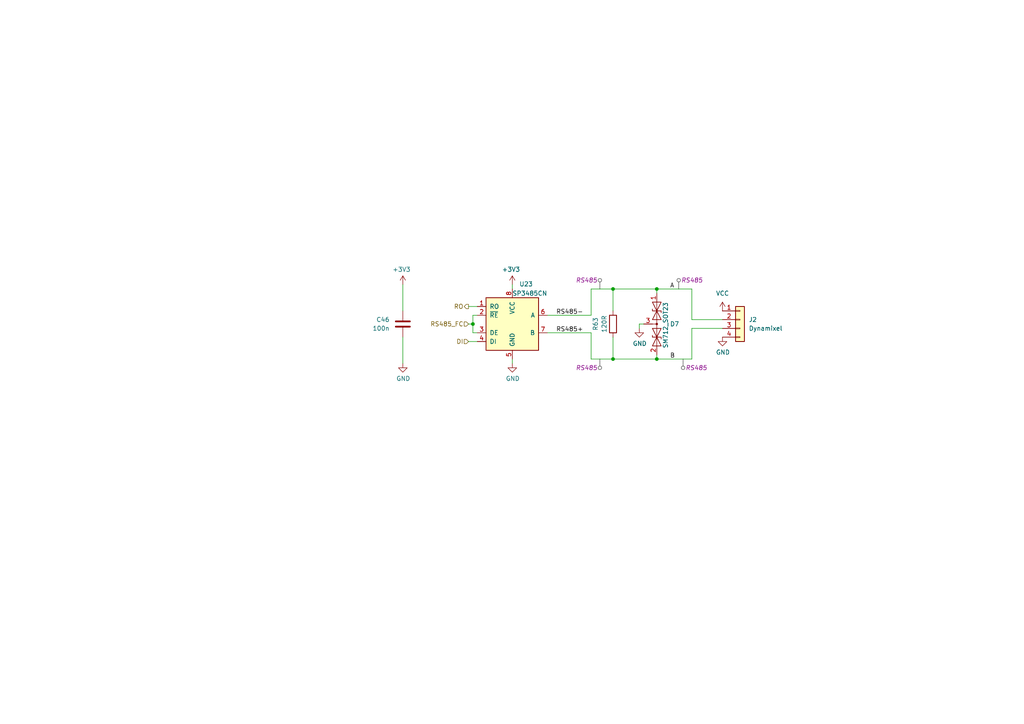
<source format=kicad_sch>
(kicad_sch (version 20250114) (generator "eeschema") (generator_version "9.0")
  (paper "A4")
  (lib_symbols
    (symbol "Connector_Generic:Conn_01x04" (pin_names (offset 1.016) (hide yes))
      (property "Reference" "J" (at 0 5.08 0))
      (property "Value" "Conn_01x04" (at 0 -7.62 0))
      (symbol "Conn_01x04_1_1"
        (rectangle (start -1.27 3.81) (end 1.27 -6.35) (stroke (width 0.254)) (fill (type background)))
        (rectangle (start -1.27 2.667) (end 0 2.413) (stroke (width 0.1524)))
        (rectangle (start -1.27 0.127) (end 0 -0.127) (stroke (width 0.1524)))
        (rectangle (start -1.27 -2.413) (end 0 -2.667) (stroke (width 0.1524)))
        (rectangle (start -1.27 -4.953) (end 0 -5.207) (stroke (width 0.1524)))
        (pin passive line (at -5.08 2.54 0) (length 3.81) (name "Pin_1") (number "1"))
        (pin passive line (at -5.08 0 0) (length 3.81) (name "Pin_2") (number "2"))
        (pin passive line (at -5.08 -2.54 0) (length 3.81) (name "Pin_3") (number "3"))
        (pin passive line (at -5.08 -5.08 0) (length 3.81) (name "Pin_4") (number "4"))
      )
    )
    (symbol "Device:C" (pin_numbers (hide yes)) (pin_names (offset 0.254))
      (property "Reference" "C" (at 0.635 2.54 0))
      (property "Value" "C" (at 0.635 -2.54 0))
      (symbol "C_0_1"
        (polyline (pts (xy -2.032 0.762) (xy 2.032 0.762)) (stroke (width 0.508)))
        (polyline (pts (xy -2.032 -0.762) (xy 2.032 -0.762)) (stroke (width 0.508)))
      )
      (symbol "C_1_1"
        (pin passive line (at 0 3.81 270) (length 2.794) (name "~") (number "1"))
        (pin passive line (at 0 -3.81 90) (length 2.794) (name "~") (number "2"))
      )
    )
    (symbol "Device:R" (pin_numbers (hide yes)) (pin_names (offset 0))
      (property "Reference" "R" (at 2.032 0 90))
      (property "Value" "R" (at 0 0 90))
      (symbol "R_0_1"
        (rectangle (start -1.016 -2.54) (end 1.016 2.54) (stroke (width 0.254)))
      )
      (symbol "R_1_1"
        (pin passive line (at 0 3.81 270) (length 1.27) (name "~") (number "1"))
        (pin passive line (at 0 -3.81 90) (length 1.27) (name "~") (number "2"))
      )
    )
    (symbol "Diode:SM712_SOT23" (pin_names (offset 1.016) (hide yes))
      (property "Reference" "D" (at 0 4.445 0))
      (property "Value" "SM712_SOT23" (at 0 2.54 0))
      (symbol "SM712_SOT23_0_0"
        (polyline (pts (xy 0 -1.27) (xy 0 0)))
      )
      (symbol "SM712_SOT23_0_1"
        (polyline (pts (xy -6.35 0) (xy 6.35 0)))
        (polyline (pts (xy -6.35 -1.27) (xy -1.27 1.27) (xy -1.27 -1.27) (xy -6.35 1.27) (xy -6.35 -1.27)) (stroke (width 0.2032)))
        (polyline (pts (xy -3.302 1.27) (xy -3.81 1.27) (xy -3.81 -1.27) (xy -4.318 -1.27)) (stroke (width 0.2032)))
        (circle (center 0 0) (radius 0.254) (fill (type outline)))
        (polyline (pts (xy 1.27 -1.27) (xy 1.27 1.27) (xy 6.35 -1.27) (xy 6.35 1.27) (xy 1.27 -1.27)) (stroke (width 0.2032)))
        (polyline (pts (xy 4.318 1.27) (xy 3.81 1.27) (xy 3.81 -1.27) (xy 3.302 -1.27)) (stroke (width 0.2032)))
      )
      (symbol "SM712_SOT23_1_1"
        (pin passive line (at -8.89 0 0) (length 2.54) (name "A1") (number "1"))
        (pin input line (at 0 -3.81 90) (length 2.54) (name "common") (number "3"))
        (pin passive line (at 8.89 0 180) (length 2.54) (name "A2") (number "2"))
      )
    )
    (symbol "Interface_UART:SP3485CN" (pin_names (offset 1.016))
      (property "Reference" "U" (at -7.62 8.89 0))
      (property "Value" "SP3485CN" (at 2.54 8.89 0))
      (symbol "SP3485CN_0_1"
        (rectangle (start -7.62 7.62) (end 7.62 -7.62) (stroke (width 0.254)) (fill (type background)))
      )
      (symbol "SP3485CN_1_1"
        (pin output line (at -10.16 5.08 0) (length 2.54) (name "RO") (number "1"))
        (pin input line (at -10.16 2.54 0) (length 2.54) (name "~{RE}") (number "2"))
        (pin input line (at -10.16 -2.54 0) (length 2.54) (name "DE") (number "3"))
        (pin input line (at -10.16 -5.08 0) (length 2.54) (name "DI") (number "4"))
        (pin power_in line (at 0 10.16 270) (length 2.54) (name "VCC") (number "8"))
        (pin power_in line (at 0 -10.16 90) (length 2.54) (name "GND") (number "5"))
        (pin bidirectional line (at 10.16 2.54 180) (length 2.54) (name "A") (number "6"))
        (pin bidirectional line (at 10.16 -2.54 180) (length 2.54) (name "B") (number "7"))
      )
    )
    (symbol "power:+3.3V" (power) (pin_names (offset 0))
      (property "Value" "+3.3V" (at 0 3.556 0))
      (symbol "+3.3V_0_1"
        (polyline (pts (xy -0.762 1.27) (xy 0 2.54)))
        (polyline (pts (xy 0 2.54) (xy 0.762 1.27)))
        (polyline (pts (xy 0 0) (xy 0 2.54)))
      )
      (symbol "+3.3V_1_1"
        (pin power_in line (at 0 0 90) (length 0) (hide yes) (name "+3V3") (number "1"))
      )
    )
    (symbol "power:GND" (power) (pin_names (offset 0))
      (property "Value" "GND" (at 0 -3.81 0))
      (symbol "GND_0_1"
        (polyline (pts (xy 0 0) (xy 0 -1.27) (xy 1.27 -1.27) (xy 0 -2.54) (xy -1.27 -1.27) (xy 0 -1.27)))
      )
      (symbol "GND_1_1"
        (pin power_in line (at 0 0 270) (length 0) (hide yes) (name "GND") (number "1"))
      )
    )
    (symbol "power:VCC" (power) (pin_numbers (hide yes)) (pin_names (offset 0) (hide yes))
      (property "Value" "VCC" (at 0 3.556 0))
      (symbol "VCC_0_1"
        (polyline (pts (xy -0.762 1.27) (xy 0 2.54)))
        (polyline (pts (xy 0 2.54) (xy 0.762 1.27)))
        (polyline (pts (xy 0 0) (xy 0 2.54)))
      )
      (symbol "VCC_1_1"
        (pin power_in line (at 0 0 90) (length 0) (name "~") (number "1"))
      )
    )
  )
  (junction (at 190.5 83.82))
  (junction (at 177.8 104.14))
  (junction (at 190.5 104.14))
  (junction (at 177.8 83.82))
  (junction (at 137.16 93.98))
  (wire (pts (xy 200.66 92.71) (xy 209.55 92.71)))
  (wire (pts (xy 116.84 82.55) (xy 116.84 90.17)))
  (wire (pts (xy 190.5 83.82) (xy 190.5 85.09)))
  (wire (pts (xy 171.45 104.14) (xy 177.8 104.14)))
  (wire (pts (xy 177.8 97.79) (xy 177.8 104.14)))
  (wire (pts (xy 137.16 91.44) (xy 137.16 93.98)))
  (wire (pts (xy 158.75 91.44) (xy 171.45 91.44)))
  (wire (pts (xy 171.45 83.82) (xy 177.8 83.82)))
  (wire (pts (xy 190.5 104.14) (xy 200.66 104.14)))
  (wire (pts (xy 148.59 104.14) (xy 148.59 105.41)))
  (wire (pts (xy 171.45 91.44) (xy 171.45 83.82)))
  (wire (pts (xy 158.75 96.52) (xy 171.45 96.52)))
  (wire (pts (xy 185.42 95.25) (xy 185.42 93.98)))
  (wire (pts (xy 138.43 91.44) (xy 137.16 91.44)))
  (wire (pts (xy 200.66 95.25) (xy 209.55 95.25)))
  (wire (pts (xy 137.16 93.98) (xy 137.16 96.52)))
  (wire (pts (xy 116.84 97.79) (xy 116.84 105.41)))
  (wire (pts (xy 137.16 96.52) (xy 138.43 96.52)))
  (wire (pts (xy 190.5 83.82) (xy 200.66 83.82)))
  (wire (pts (xy 177.8 104.14) (xy 190.5 104.14)))
  (wire (pts (xy 177.8 83.82) (xy 190.5 83.82)))
  (wire (pts (xy 200.66 104.14) (xy 200.66 95.25)))
  (wire (pts (xy 185.42 93.98) (xy 186.69 93.98)))
  (wire (pts (xy 190.5 102.87) (xy 190.5 104.14)))
  (wire (pts (xy 148.59 82.55) (xy 148.59 83.82)))
  (wire (pts (xy 135.89 93.98) (xy 137.16 93.98)))
  (wire (pts (xy 135.89 99.06) (xy 138.43 99.06)))
  (wire (pts (xy 177.8 83.82) (xy 177.8 90.17)))
  (wire (pts (xy 171.45 96.52) (xy 171.45 104.14)))
  (wire (pts (xy 200.66 83.82) (xy 200.66 92.71)))
  (wire (pts (xy 135.89 88.9) (xy 138.43 88.9)))
  (label "B" (at 194.31 104.14 0))
  (label "RS485-" (at 161.29 91.44 0))
  (label "A" (at 194.31 83.82 0))
  (label "RS485+" (at 161.29 96.52 0))
  (hierarchical_label "RS485_FC" (shape input) (at 135.89 93.98 180))
  (hierarchical_label "RO" (shape output) (at 135.89 88.9 180))
  (hierarchical_label "DI" (shape input) (at 135.89 99.06 180))
  (netclass_flag "" (length 2.54) (shape round) (at 173.99 83.82 0) (property "Netclass" "RS485" (at 173.2915 81.28 0) (effects (font (italic yes)) (justify right))))
  (netclass_flag "" (length 2.54) (shape round) (at 196.85 83.82 0) (property "Netclass" "RS485" (at 197.5485 81.28 0) (effects (font (italic yes)) (justify left))))
  (netclass_flag "" (length 2.54) (shape round) (at 173.99 104.14 180) (property "Netclass" "RS485" (at 173.2915 106.68 0) (effects (font (italic yes)) (justify right))))
  (netclass_flag "" (length 2.54) (shape round) (at 198.12 104.14 180) (property "Netclass" "RS485" (at 198.8185 106.68 0) (effects (font (italic yes)) (justify left))))
  (symbol (lib_id "power:GND") (at 148.59 105.41 0) (unit 1)
    (property "Reference" "#PWR0110" (effects (hide yes)))
    (property "Value" "GND" (at 148.717 109.8042 0))
  )
  (symbol (lib_id "Device:R") (at 177.8 93.98 0) (mirror x) (unit 1)
    (property "Reference" "R63" (at 172.72 93.98 90))
    (property "Value" "120R" (at 175.26 93.98 90))
    (property "Footprint" "Resistor_SMD:R_0603_1608Metric" (effects (hide yes)))
  )
  (symbol (lib_id "Connector_Generic:Conn_01x04") (at 214.63 92.71 0) (unit 1)
    (property "Reference" "J2" (at 217.17 92.7099 0) (effects (justify left)))
    (property "Value" "Dynamixel" (at 217.17 95.2499 0) (effects (justify left)))
    (property "Footprint" "Connector_JST:JST_XH_B4B-XH-A_1x04_P2.50mm_Vertical" (effects (hide yes)))
    (property "Description" "Generic connector, single row, 01x04, script generated (kicad-library-utils/schlib/autogen/connector/)" (effects (hide yes)))
  )
  (symbol (lib_id "Interface_UART:SP3485CN") (at 148.59 93.98 0) (unit 1)
    (property "Reference" "U23" (at 150.6094 82.3935 0) (effects (justify left)))
    (property "Value" "SP3485CN" (at 148.59 85.09 0) (effects (justify left)))
    (property "Footprint" "Package_SO:SOIC-8_3.9x4.9mm_P1.27mm" (effects (hide yes)))
    (property "Datasheet" "http://www.icbase.com/pdf/SPX/SPX00480106.pdf" (effects (hide yes)))
  )
  (symbol (lib_id "power:VCC") (at 209.55 90.17 0) (unit 1)
    (property "Reference" "#PWR0106" (effects (hide yes)))
    (property "Value" "VCC" (at 209.55 85.09 0))
    (property "Description" "Power symbol creates a global label with name \"VCC\"" (effects (hide yes)))
  )
  (symbol (lib_id "power:+3.3V") (at 148.59 82.55 0) (mirror y) (unit 1)
    (property "Reference" "#PWR0105" (effects (hide yes)))
    (property "Value" "+3V3" (at 148.209 78.1558 0))
  )
  (symbol (lib_id "power:+3.3V") (at 116.84 82.55 0) (mirror y) (unit 1)
    (property "Reference" "#PWR0104" (effects (hide yes)))
    (property "Value" "+3V3" (at 116.459 78.1558 0))
  )
  (symbol (lib_id "power:GND") (at 209.55 97.79 0) (unit 1)
    (property "Reference" "#PWR0108" (effects (hide yes)))
    (property "Value" "GND" (at 209.677 102.1842 0))
  )
  (symbol (lib_id "power:GND") (at 185.42 95.25 0) (unit 1)
    (property "Reference" "#PWR0107" (effects (hide yes)))
    (property "Value" "GND" (at 185.547 99.6442 0))
  )
  (symbol (lib_id "Device:C") (at 116.84 93.98 180) (unit 1)
    (property "Reference" "C46" (at 113.03 92.7099 0) (effects (justify left)))
    (property "Value" "100n" (at 113.03 95.2499 0) (effects (justify left)))
    (property "Footprint" "Capacitor_SMD:C_0603_1608Metric" (effects (hide yes)))
  )
  (symbol (lib_id "Diode:SM712_SOT23") (at 190.5 93.98 270) (unit 1)
    (property "Reference" "D7" (at 194.31 93.98 90) (effects (justify left)))
    (property "Value" "SM712_SOT23" (at 193.04 87.63 0) (effects (justify left)))
    (property "Footprint" "Package_TO_SOT_SMD:SOT-23" (effects (hide yes)))
    (property "Datasheet" "https://www.littelfuse.com/~/media/electronics/datasheets/tvs_diode_arrays/littelfuse_tvs_diode_array_sm712_datasheet.pdf.pdf" (effects (hide yes)))
  )
  (symbol (lib_id "power:GND") (at 116.84 105.41 0) (unit 1)
    (property "Reference" "#PWR0109" (effects (hide yes)))
    (property "Value" "GND" (at 116.967 109.8042 0))
  )
)
</source>
